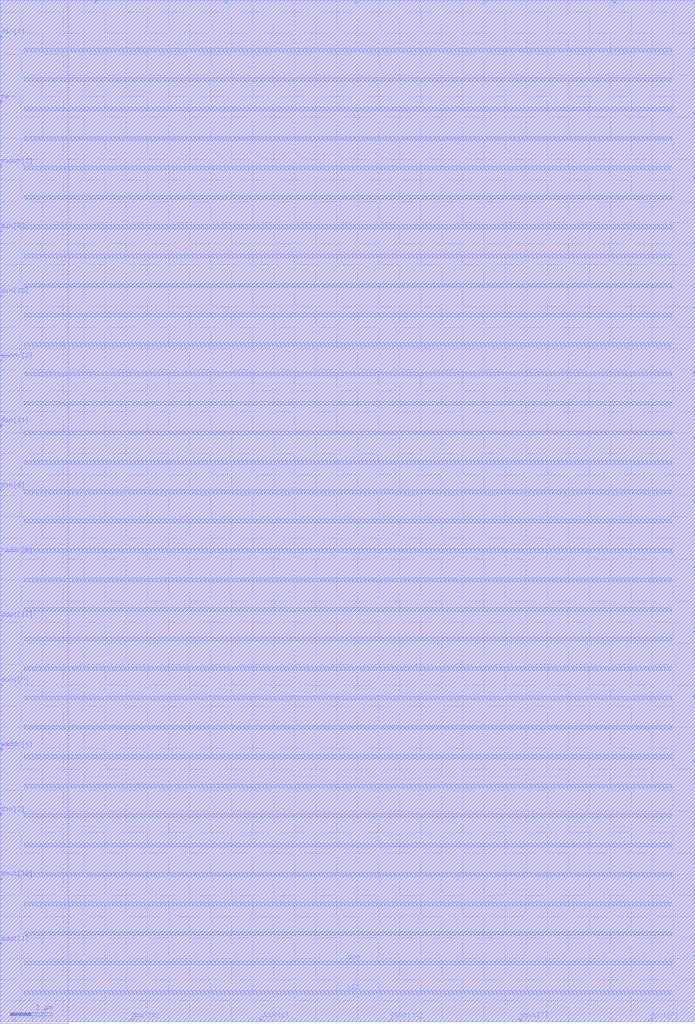
<source format=lef>
VERSION 5.8 ;
BUSBITCHARS "[]" ;
DIVIDERCHAR "/" ;
UNITS
    DATABASE MICRONS 2000 ;
END UNITS

MACRO spram_8x16
  FOREIGN spram_8x16 0 0 ;
  CLASS BLOCK ;
  SIZE 33.045 BY 48.57 ;
  PIN VSS
    USE GROUND ;
    DIRECTION INOUT ;
    PORT
      LAYER metal4 ;
        RECT  1.14 46.115 31.92 46.285 ;
        RECT  1.14 43.315 31.92 43.485 ;
        RECT  1.14 40.515 31.92 40.685 ;
        RECT  1.14 37.715 31.92 37.885 ;
        RECT  1.14 34.915 31.92 35.085 ;
        RECT  1.14 32.115 31.92 32.285 ;
        RECT  1.14 29.315 31.92 29.485 ;
        RECT  1.14 26.515 31.92 26.685 ;
        RECT  1.14 23.715 31.92 23.885 ;
        RECT  1.14 20.915 31.92 21.085 ;
        RECT  1.14 18.115 31.92 18.285 ;
        RECT  1.14 15.315 31.92 15.485 ;
        RECT  1.14 12.515 31.92 12.685 ;
        RECT  1.14 9.715 31.92 9.885 ;
        RECT  1.14 6.915 31.92 7.085 ;
        RECT  1.14 4.115 31.92 4.285 ;
        RECT  1.14 1.315 31.92 1.485 ;
    END
  END VSS
  PIN VDD
    USE POWER ;
    DIRECTION INOUT ;
    PORT
      LAYER metal4 ;
        RECT  1.14 44.715 31.92 44.885 ;
        RECT  1.14 41.915 31.92 42.085 ;
        RECT  1.14 39.115 31.92 39.285 ;
        RECT  1.14 36.315 31.92 36.485 ;
        RECT  1.14 33.515 31.92 33.685 ;
        RECT  1.14 30.715 31.92 30.885 ;
        RECT  1.14 27.915 31.92 28.085 ;
        RECT  1.14 25.115 31.92 25.285 ;
        RECT  1.14 22.315 31.92 22.485 ;
        RECT  1.14 19.515 31.92 19.685 ;
        RECT  1.14 16.715 31.92 16.885 ;
        RECT  1.14 13.915 31.92 14.085 ;
        RECT  1.14 11.115 31.92 11.285 ;
        RECT  1.14 8.315 31.92 8.485 ;
        RECT  1.14 5.515 31.92 5.685 ;
        RECT  1.14 2.715 31.92 2.885 ;
    END
  END VDD
  PIN clk
    DIRECTION INPUT ;
    USE SIGNAL ;
    PORT
      LAYER metal3 ;
        RECT  32.975 6.195 33.045 6.265 ;
    END
  END clk
  PIN din[0]
    DIRECTION INPUT ;
    USE SIGNAL ;
    PORT
      LAYER metal3 ;
        RECT  32.975 43.155 33.045 43.225 ;
    END
  END din[0]
  PIN din[10]
    DIRECTION INPUT ;
    USE SIGNAL ;
    PORT
      LAYER metal3 ;
        RECT  32.975 12.355 33.045 12.425 ;
    END
  END din[10]
  PIN din[11]
    DIRECTION INPUT ;
    USE SIGNAL ;
    PORT
      LAYER metal3 ;
        RECT  0 28.315 0.07 28.385 ;
    END
  END din[11]
  PIN din[12]
    DIRECTION INPUT ;
    USE SIGNAL ;
    PORT
      LAYER metal4 ;
        RECT  4.505 48.43 4.645 48.57 ;
    END
  END din[12]
  PIN din[13]
    DIRECTION INPUT ;
    USE SIGNAL ;
    PORT
      LAYER metal3 ;
        RECT  32.975 24.675 33.045 24.745 ;
    END
  END din[13]
  PIN din[14]
    DIRECTION INPUT ;
    USE SIGNAL ;
    PORT
      LAYER metal4 ;
        RECT  22.985 48.43 23.125 48.57 ;
    END
  END din[14]
  PIN din[15]
    DIRECTION INPUT ;
    USE SIGNAL ;
    PORT
      LAYER metal3 ;
        RECT  0 34.475 0.07 34.545 ;
    END
  END din[15]
  PIN din[1]
    DIRECTION INPUT ;
    USE SIGNAL ;
    PORT
      LAYER metal3 ;
        RECT  32.975 15.435 33.045 15.505 ;
    END
  END din[1]
  PIN din[2]
    DIRECTION INPUT ;
    USE SIGNAL ;
    PORT
      LAYER metal3 ;
        RECT  0 9.835 0.07 9.905 ;
    END
  END din[2]
  PIN din[3]
    DIRECTION INPUT ;
    USE SIGNAL ;
    PORT
      LAYER metal3 ;
        RECT  32.975 36.995 33.045 37.065 ;
    END
  END din[3]
  PIN din[4]
    DIRECTION INPUT ;
    USE SIGNAL ;
    PORT
      LAYER metal3 ;
        RECT  32.975 18.515 33.045 18.585 ;
    END
  END din[4]
  PIN din[5]
    DIRECTION INPUT ;
    USE SIGNAL ;
    PORT
      LAYER metal3 ;
        RECT  0 37.555 0.07 37.625 ;
    END
  END din[5]
  PIN din[6]
    DIRECTION INPUT ;
    USE SIGNAL ;
    PORT
      LAYER metal3 ;
        RECT  0 25.235 0.07 25.305 ;
    END
  END din[6]
  PIN din[7]
    DIRECTION INPUT ;
    USE SIGNAL ;
    PORT
      LAYER metal3 ;
        RECT  0 46.795 0.07 46.865 ;
    END
  END din[7]
  PIN din[8]
    DIRECTION INPUT ;
    USE SIGNAL ;
    PORT
      LAYER metal4 ;
        RECT  10.665 48.43 10.805 48.57 ;
    END
  END din[8]
  PIN din[9]
    DIRECTION INPUT ;
    USE SIGNAL ;
    PORT
      LAYER metal4 ;
        RECT  29.145 48.43 29.285 48.57 ;
    END
  END din[9]
  PIN dout[0]
    DIRECTION OUTPUT ;
    USE SIGNAL ;
    PORT
      LAYER metal3 ;
        RECT  0 15.995 0.07 16.065 ;
    END
  END dout[0]
  PIN dout[10]
    DIRECTION OUTPUT ;
    USE SIGNAL ;
    PORT
      LAYER metal3 ;
        RECT  32.975 40.075 33.045 40.145 ;
    END
  END dout[10]
  PIN dout[11]
    DIRECTION OUTPUT ;
    USE SIGNAL ;
    PORT
      LAYER metal3 ;
        RECT  0 19.075 0.07 19.145 ;
    END
  END dout[11]
  PIN dout[12]
    DIRECTION OUTPUT ;
    USE SIGNAL ;
    PORT
      LAYER metal4 ;
        RECT  0.585 0 0.725 0.14 ;
    END
  END dout[12]
  PIN dout[13]
    DIRECTION OUTPUT ;
    USE SIGNAL ;
    PORT
      LAYER metal3 ;
        RECT  0 6.755 0.07 6.825 ;
    END
  END dout[13]
  PIN dout[14]
    DIRECTION OUTPUT ;
    USE SIGNAL ;
    PORT
      LAYER metal3 ;
        RECT  32.975 33.915 33.045 33.985 ;
    END
  END dout[14]
  PIN dout[15]
    DIRECTION OUTPUT ;
    USE SIGNAL ;
    PORT
      LAYER metal4 ;
        RECT  18.505 0 18.645 0.14 ;
    END
  END dout[15]
  PIN dout[1]
    DIRECTION OUTPUT ;
    USE SIGNAL ;
    PORT
      LAYER metal3 ;
        RECT  0 3.675 0.07 3.745 ;
    END
  END dout[1]
  PIN dout[2]
    DIRECTION OUTPUT ;
    USE SIGNAL ;
    PORT
      LAYER metal3 ;
        RECT  32.975 9.275 33.045 9.345 ;
    END
  END dout[2]
  PIN dout[3]
    DIRECTION OUTPUT ;
    USE SIGNAL ;
    PORT
      LAYER metal4 ;
        RECT  16.825 48.43 16.965 48.57 ;
    END
  END dout[3]
  PIN dout[4]
    DIRECTION OUTPUT ;
    USE SIGNAL ;
    PORT
      LAYER metal3 ;
        RECT  32.975 21.595 33.045 21.665 ;
    END
  END dout[4]
  PIN dout[5]
    DIRECTION OUTPUT ;
    USE SIGNAL ;
    PORT
      LAYER metal4 ;
        RECT  6.185 0 6.325 0.14 ;
    END
  END dout[5]
  PIN dout[6]
    DIRECTION OUTPUT ;
    USE SIGNAL ;
    PORT
      LAYER metal4 ;
        RECT  12.345 0 12.485 0.14 ;
    END
  END dout[6]
  PIN dout[7]
    DIRECTION OUTPUT ;
    USE SIGNAL ;
    PORT
      LAYER metal4 ;
        RECT  24.665 0 24.805 0.14 ;
    END
  END dout[7]
  PIN dout[8]
    DIRECTION OUTPUT ;
    USE SIGNAL ;
    PORT
      LAYER metal3 ;
        RECT  32.975 27.755 33.045 27.825 ;
    END
  END dout[8]
  PIN dout[9]
    DIRECTION OUTPUT ;
    USE SIGNAL ;
    PORT
      LAYER metal4 ;
        RECT  30.825 0 30.965 0.14 ;
    END
  END dout[9]
  PIN raddr[0]
    DIRECTION INPUT ;
    USE SIGNAL ;
    PORT
      LAYER metal3 ;
        RECT  0 22.155 0.07 22.225 ;
    END
  END raddr[0]
  PIN raddr[1]
    DIRECTION INPUT ;
    USE SIGNAL ;
    PORT
      LAYER metal3 ;
        RECT  32.975 46.235 33.045 46.305 ;
    END
  END raddr[1]
  PIN raddr[2]
    DIRECTION INPUT ;
    USE SIGNAL ;
    PORT
      LAYER metal3 ;
        RECT  0 40.635 0.07 40.705 ;
    END
  END raddr[2]
  PIN re
    DIRECTION INPUT ;
    USE SIGNAL ;
    PORT
      LAYER metal3 ;
        RECT  0 43.715 0.07 43.785 ;
    END
  END re
  PIN waddr[0]
    DIRECTION INPUT ;
    USE SIGNAL ;
    PORT
      LAYER metal3 ;
        RECT  32.975 3.115 33.045 3.185 ;
    END
  END waddr[0]
  PIN waddr[1]
    DIRECTION INPUT ;
    USE SIGNAL ;
    PORT
      LAYER metal3 ;
        RECT  0 12.915 0.07 12.985 ;
    END
  END waddr[1]
  PIN waddr[2]
    DIRECTION INPUT ;
    USE SIGNAL ;
    PORT
      LAYER metal3 ;
        RECT  0 31.395 0.07 31.465 ;
    END
  END waddr[2]
  PIN we
    DIRECTION INPUT ;
    USE SIGNAL ;
    PORT
      LAYER metal3 ;
        RECT  32.975 30.835 33.045 30.905 ;
    END
  END we
  OBS
    LAYER metal1 ;
     RECT  0 -0.085 3.23 48.57 ;
     RECT  3.23 0 33.045 48.57 ;
    LAYER metal2 ;
     RECT  0 0 33.045 48.57 ;
    LAYER metal3 ;
     RECT  0 0 33.045 48.57 ;
    LAYER metal4 ;
     RECT  0 0 33.045 48.57 ;
  END
END spram_8x16
END LIBRARY

</source>
